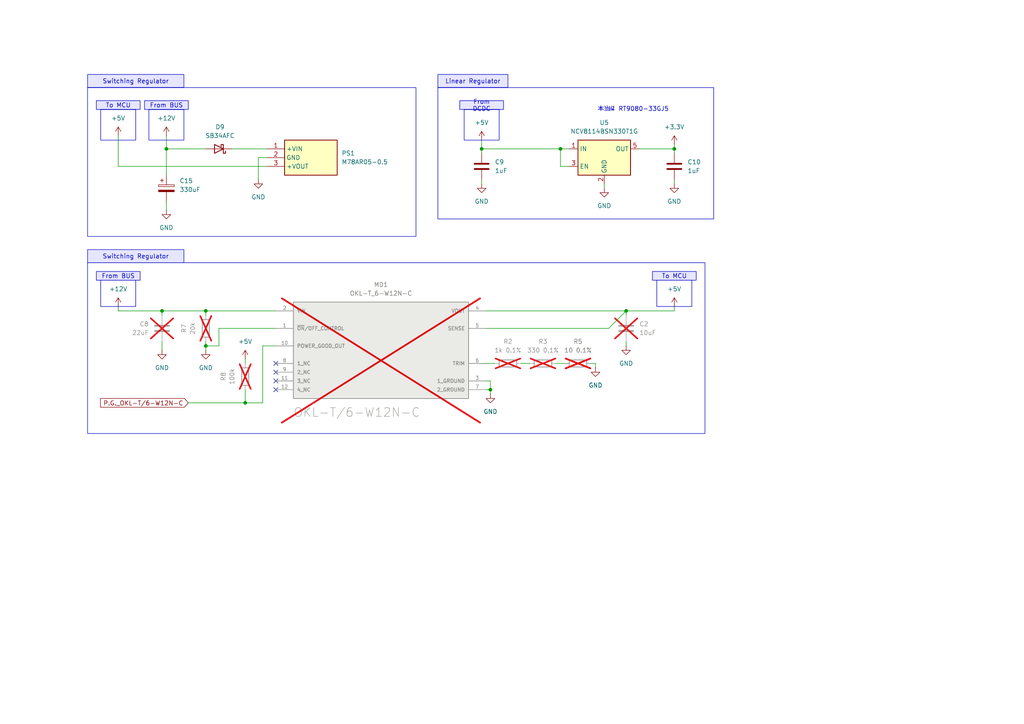
<source format=kicad_sch>
(kicad_sch (version 20250114) (generator "eeschema") (generator_version "9.0")
  (paper "A4")
  (lib_symbols
    (symbol "Device:C" (pin_numbers (hide yes)) (pin_names (offset 0.254))
      (property "Reference" "C" (at 0.635 2.54 0))
      (property "Value" "C" (at 0.635 -2.54 0))
      (symbol "C_0_1"
        (polyline (pts (xy -2.032 0.762) (xy 2.032 0.762)) (stroke (width 0.508)))
        (polyline (pts (xy -2.032 -0.762) (xy 2.032 -0.762)) (stroke (width 0.508)))
      )
      (symbol "C_1_1"
        (pin passive line (at 0 3.81 270) (length 2.794) (name "~") (number "1"))
        (pin passive line (at 0 -3.81 90) (length 2.794) (name "~") (number "2"))
      )
    )
    (symbol "Device:C_Polarized" (pin_numbers (hide yes)) (pin_names (offset 0.254))
      (property "Reference" "C" (at 0.635 2.54 0))
      (property "Value" "C_Polarized" (at 0.635 -2.54 0))
      (symbol "C_Polarized_0_1"
        (rectangle (start -2.286 0.508) (end 2.286 1.016))
        (polyline (pts (xy -1.778 2.286) (xy -0.762 2.286)))
        (polyline (pts (xy -1.27 2.794) (xy -1.27 1.778)))
        (rectangle (start 2.286 -0.508) (end -2.286 -1.016) (fill (type outline)))
      )
      (symbol "C_Polarized_1_1"
        (pin passive line (at 0 3.81 270) (length 2.794) (name "~") (number "1"))
        (pin passive line (at 0 -3.81 90) (length 2.794) (name "~") (number "2"))
      )
    )
    (symbol "Device:D_Schottky" (pin_numbers (hide yes)) (pin_names (offset 1.016) (hide yes))
      (property "Reference" "D" (at 0 2.54 0))
      (property "Value" "D_Schottky" (at 0 -2.54 0))
      (symbol "D_Schottky_0_1"
        (polyline (pts (xy -1.905 0.635) (xy -1.905 1.27) (xy -1.27 1.27) (xy -1.27 -1.27) (xy -0.635 -1.27) (xy -0.635 -0.635)) (stroke (width 0.254)))
        (polyline (pts (xy 1.27 1.27) (xy 1.27 -1.27) (xy -1.27 0) (xy 1.27 1.27)) (stroke (width 0.254)))
        (polyline (pts (xy 1.27 0) (xy -1.27 0)))
      )
      (symbol "D_Schottky_1_1"
        (pin passive line (at -3.81 0 0) (length 2.54) (name "K") (number "1"))
        (pin passive line (at 3.81 0 180) (length 2.54) (name "A") (number "2"))
      )
    )
    (symbol "Device:R" (pin_numbers (hide yes)) (pin_names (offset 0))
      (property "Reference" "R" (at 2.032 0 90))
      (property "Value" "R" (at 0 0 90))
      (symbol "R_0_1"
        (rectangle (start -1.016 -2.54) (end 1.016 2.54) (stroke (width 0.254)))
      )
      (symbol "R_1_1"
        (pin passive line (at 0 3.81 270) (length 1.27) (name "~") (number "1"))
        (pin passive line (at 0 -3.81 90) (length 1.27) (name "~") (number "2"))
      )
    )
    (symbol "GND_1" (power) (pin_numbers (hide yes)) (pin_names (offset 0) (hide yes))
      (property "Value" "GND" (at 0 -3.81 0))
      (symbol "GND_1_0_1"
        (polyline (pts (xy 0 0) (xy 0 -1.27) (xy 1.27 -1.27) (xy 0 -2.54) (xy -1.27 -1.27) (xy 0 -1.27)))
      )
      (symbol "GND_1_1_1"
        (pin power_in line (at 0 0 270) (length 0) (name "~") (number "1"))
      )
    )
    (symbol "Regulator_Linear:NCV8114BSN330T1G"
      (property "Reference" "U" (at 0 8.89 0))
      (property "Value" "NCV8114BSN330T1G" (at 0 6.35 0))
      (symbol "NCV8114BSN330T1G_0_1"
        (rectangle (start -7.62 5.08) (end 7.62 -5.08) (stroke (width 0.254)) (fill (type background)))
      )
      (symbol "NCV8114BSN330T1G_1_1"
        (pin power_in line (at -10.16 2.54 0) (length 2.54) (name "IN") (number "1"))
        (pin input line (at -10.16 -2.54 0) (length 2.54) (name "EN") (number "3"))
        (pin power_in line (at 0 -7.62 90) (length 2.54) (name "GND") (number "2"))
        (pin no_connect line (at 7.62 -2.54 180) (length 2.54) (hide yes) (name "NC") (number "4"))
        (pin power_out line (at 10.16 2.54 180) (length 2.54) (name "OUT") (number "5"))
      )
    )
    (symbol "TSRP_IC:M78AR05-0.5"
      (property "Reference" "PS" (at 21.59 7.62 0))
      (property "Value" "M78AR05-0.5" (at 21.59 5.08 0))
      (symbol "M78AR05-0.5_1_1"
        (rectangle (start 5.08 2.54) (end 20.32 -7.62) (stroke (width 0.254)) (fill (type background)))
        (pin passive line (at 0 0 0) (length 5.08) (name "+VIN") (number "1"))
        (pin passive line (at 0 -2.54 0) (length 5.08) (name "GND") (number "2"))
        (pin passive line (at 0 -5.08 0) (length 5.08) (name "+VOUT") (number "3"))
      )
    )
    (symbol "TSRP_IC:OKL-T_6-W12N-C" (pin_names (offset 1.016))
      (property "Reference" "MD" (at 2.54 -2.54 0))
      (property "Value" "OKL-T_6-W12N-C" (at 0 0 0))
      (symbol "OKL-T_6-W12N-C_0_0"
        (rectangle (start 2.54 -33.02) (end 53.34 -5.08) (stroke (width 0.254)) (fill (type background)))
        (text "OKL-T/6-W12N-C" (at 2.54 -35.56 0) (effects (font (size 2.54 2.54)) (justify left top)))
        (pin bidirectional line (at -2.54 -7.62 0) (length 5.08) (name "VIN") (number "2"))
        (pin bidirectional line (at -2.54 -12.7 0) (length 5.08) (name "~{ON}/OFF_CONTROL") (number "1"))
        (pin open_collector line (at -2.54 -17.78 0) (length 5.08) (name "POWER_GOOD_OUT") (number "10"))
        (pin passive line (at -2.54 -22.86 0) (length 5.08) (name "1_NC") (number "8"))
        (pin passive line (at -2.54 -25.4 0) (length 5.08) (name "2_NC") (number "9"))
        (pin passive line (at -2.54 -27.94 0) (length 5.08) (name "3_NC") (number "11"))
        (pin passive line (at -2.54 -30.48 0) (length 5.08) (name "4_NC") (number "12"))
        (pin bidirectional line (at 58.42 -7.62 180) (length 5.08) (name "VOUT") (number "4"))
        (pin passive line (at 58.42 -12.7 180) (length 5.08) (name "SENSE") (number "5"))
        (pin passive line (at 58.42 -22.86 180) (length 5.08) (name "TRIM") (number "6"))
        (pin power_in line (at 58.42 -27.94 180) (length 5.08) (name "1_GROUND") (number "3"))
        (pin power_in line (at 58.42 -30.48 180) (length 5.08) (name "2_GROUND") (number "7"))
      )
    )
    (symbol "power:+12V" (power) (pin_numbers (hide yes)) (pin_names (offset 0) (hide yes))
      (property "Value" "+12V" (at 0 3.556 0))
      (symbol "+12V_0_1"
        (polyline (pts (xy -0.762 1.27) (xy 0 2.54)))
        (polyline (pts (xy 0 2.54) (xy 0.762 1.27)))
        (polyline (pts (xy 0 0) (xy 0 2.54)))
      )
      (symbol "+12V_1_1"
        (pin power_in line (at 0 0 90) (length 0) (name "~") (number "1"))
      )
    )
    (symbol "power:+3.3V" (power) (pin_numbers (hide yes)) (pin_names (offset 0) (hide yes))
      (property "Value" "+3.3V" (at 0 3.556 0))
      (symbol "+3.3V_0_1"
        (polyline (pts (xy -0.762 1.27) (xy 0 2.54)))
        (polyline (pts (xy 0 2.54) (xy 0.762 1.27)))
        (polyline (pts (xy 0 0) (xy 0 2.54)))
      )
      (symbol "+3.3V_1_1"
        (pin power_in line (at 0 0 90) (length 0) (name "~") (number "1"))
      )
    )
    (symbol "power:+5V" (power) (pin_numbers (hide yes)) (pin_names (offset 0) (hide yes))
      (property "Value" "+5V" (at 0 3.556 0))
      (symbol "+5V_0_1"
        (polyline (pts (xy -0.762 1.27) (xy 0 2.54)))
        (polyline (pts (xy 0 2.54) (xy 0.762 1.27)))
        (polyline (pts (xy 0 0) (xy 0 2.54)))
      )
      (symbol "+5V_1_1"
        (pin power_in line (at 0 0 90) (length 0) (name "~") (number "1"))
      )
    )
    (symbol "power:GND" (power) (pin_numbers (hide yes)) (pin_names (offset 0) (hide yes))
      (property "Value" "GND" (at 0 -3.81 0))
      (symbol "GND_0_1"
        (polyline (pts (xy 0 0) (xy 0 -1.27) (xy 1.27 -1.27) (xy 0 -2.54) (xy -1.27 -1.27) (xy 0 -1.27)))
      )
      (symbol "GND_1_1"
        (pin power_in line (at 0 0 270) (length 0) (name "~") (number "1"))
      )
    )
  )
  (rectangle (start 127 25.4) (end 207.01 63.5))
  (rectangle (start 25.4 25.4) (end 120.65 68.58))
  (rectangle (start 134.62 31.75) (end 144.78 40.64))
  (rectangle (start 190.5 81.28) (end 200.66 88.9))
  (rectangle (start 43.18 31.75) (end 53.34 40.64))
  (rectangle (start 25.4 76.2) (end 204.47 125.73))
  (rectangle (start 29.21 81.28) (end 39.37 88.9))
  (rectangle (start 29.21 31.75) (end 39.37 40.64))
  (text "本当は RT9080-33GJ5" (at 183.642 31.75 0) (effects (font (size 1.27 1.27))))
  (text_box "From BUS" (at 27.94 78.74 0) (size 12.7 2.54) (margins 0.9525 0.9525 0.9525 0.9525) (fill (type color) (color 0 0 255 0.1)) (effects (font (size 1.27 1.27))))
  (text_box "Linear Regulator" (at 127 21.59 0) (size 20.32 3.81) (margins 0.9525 0.9525 0.9525 0.9525) (fill (type color) (color 0 0 255 0.1)) (effects (font (size 1.27 1.27))))
  (text_box "To MCU" (at 189.23 78.74 0) (size 12.7 2.54) (margins 0.9525 0.9525 0.9525 0.9525) (fill (type color) (color 0 0 255 0.1)) (effects (font (size 1.27 1.27))))
  (text_box "To MCU" (at 27.94 29.21 0) (size 12.7 2.54) (margins 0.9525 0.9525 0.9525 0.9525) (fill (type color) (color 0 0 255 0.1)) (effects (font (size 1.27 1.27))))
  (text_box "Switching Regulator" (at 25.4 72.39 0) (size 27.94 3.81) (margins 0.9525 0.9525 0.9525 0.9525) (fill (type color) (color 0 0 255 0.1)) (effects (font (size 1.27 1.27))))
  (text_box "Switching Regulator" (at 25.4 21.59 0) (size 27.94 3.81) (margins 0.9525 0.9525 0.9525 0.9525) (fill (type color) (color 0 0 255 0.1)) (effects (font (size 1.27 1.27))))
  (text_box "From BUS" (at 41.91 29.21 0) (size 12.7 2.54) (margins 0.9525 0.9525 0.9525 0.9525) (fill (type color) (color 0 0 255 0.1)) (effects (font (size 1.27 1.27))))
  (text_box "From DCDC" (at 133.35 29.21 0) (size 12.7 2.54) (margins 0.9525 0.9525 0.9525 0.9525) (fill (type color) (color 0 0 255 0.1)) (effects (font (size 1.27 1.27))))
  (junction (at 46.99 90.17))
  (junction (at 139.7 43.18))
  (junction (at 195.58 43.18))
  (junction (at 181.61 90.17))
  (junction (at 48.26 43.18))
  (junction (at 59.69 100.33))
  (junction (at 71.12 116.84))
  (junction (at 59.69 90.17))
  (junction (at 142.24 113.03))
  (junction (at 162.56 43.18))
  (no_connect (at 80.01 110.49))
  (no_connect (at 80.01 107.95))
  (no_connect (at 80.01 105.41))
  (no_connect (at 80.01 113.03))
  (wire (pts (xy 181.61 90.17) (xy 195.58 90.17)))
  (wire (pts (xy 48.26 39.37) (xy 48.26 43.18)))
  (wire (pts (xy 71.12 104.14) (xy 71.12 105.41)))
  (wire (pts (xy 185.42 43.18) (xy 195.58 43.18)))
  (wire (pts (xy 34.29 48.26) (xy 34.29 39.37)))
  (wire (pts (xy 74.93 45.72) (xy 74.93 52.07)))
  (wire (pts (xy 59.69 100.33) (xy 59.69 101.6)))
  (wire (pts (xy 181.61 90.17) (xy 181.61 91.44)))
  (wire (pts (xy 80.01 100.33) (xy 76.2 100.33)))
  (wire (pts (xy 46.99 91.44) (xy 46.99 90.17)))
  (wire (pts (xy 140.97 113.03) (xy 142.24 113.03)))
  (wire (pts (xy 140.97 105.41) (xy 143.51 105.41)))
  (wire (pts (xy 34.29 90.17) (xy 46.99 90.17)))
  (wire (pts (xy 165.1 43.18) (xy 162.56 43.18)))
  (wire (pts (xy 181.61 99.06) (xy 181.61 100.33)))
  (wire (pts (xy 172.72 105.41) (xy 172.72 106.68)))
  (wire (pts (xy 59.69 100.33) (xy 59.69 99.06)))
  (wire (pts (xy 139.7 43.18) (xy 139.7 44.45)))
  (wire (pts (xy 161.29 105.41) (xy 163.83 105.41)))
  (wire (pts (xy 195.58 52.07) (xy 195.58 53.34)))
  (wire (pts (xy 162.56 48.26) (xy 165.1 48.26)))
  (wire (pts (xy 162.56 43.18) (xy 162.56 48.26)))
  (wire (pts (xy 162.56 43.18) (xy 139.7 43.18)))
  (wire (pts (xy 63.5 100.33) (xy 59.69 100.33)))
  (wire (pts (xy 140.97 90.17) (xy 181.61 90.17)))
  (wire (pts (xy 34.29 90.17) (xy 34.29 88.9)))
  (wire (pts (xy 139.7 52.07) (xy 139.7 53.34)))
  (wire (pts (xy 176.53 95.25) (xy 181.61 90.17)))
  (wire (pts (xy 77.47 45.72) (xy 74.93 45.72)))
  (wire (pts (xy 140.97 110.49) (xy 142.24 110.49)))
  (wire (pts (xy 142.24 110.49) (xy 142.24 113.03)))
  (wire (pts (xy 195.58 90.17) (xy 195.58 88.9)))
  (wire (pts (xy 171.45 105.41) (xy 172.72 105.41)))
  (wire (pts (xy 76.2 116.84) (xy 71.12 116.84)))
  (wire (pts (xy 151.13 105.41) (xy 153.67 105.41)))
  (wire (pts (xy 195.58 43.18) (xy 195.58 44.45)))
  (wire (pts (xy 71.12 113.03) (xy 71.12 116.84)))
  (wire (pts (xy 142.24 113.03) (xy 142.24 114.3)))
  (wire (pts (xy 48.26 43.18) (xy 59.69 43.18)))
  (wire (pts (xy 46.99 99.06) (xy 46.99 101.6)))
  (wire (pts (xy 59.69 91.44) (xy 59.69 90.17)))
  (wire (pts (xy 59.69 90.17) (xy 80.01 90.17)))
  (wire (pts (xy 195.58 43.18) (xy 195.58 41.91)))
  (wire (pts (xy 139.7 43.18) (xy 139.7 40.64)))
  (wire (pts (xy 48.26 60.96) (xy 48.26 58.42)))
  (wire (pts (xy 48.26 43.18) (xy 48.26 50.8)))
  (wire (pts (xy 54.61 116.84) (xy 71.12 116.84)))
  (wire (pts (xy 140.97 95.25) (xy 176.53 95.25)))
  (wire (pts (xy 46.99 90.17) (xy 59.69 90.17)))
  (wire (pts (xy 80.01 95.25) (xy 63.5 95.25)))
  (wire (pts (xy 63.5 95.25) (xy 63.5 100.33)))
  (wire (pts (xy 76.2 100.33) (xy 76.2 116.84)))
  (wire (pts (xy 175.26 53.34) (xy 175.26 54.61)))
  (wire (pts (xy 67.31 43.18) (xy 77.47 43.18)))
  (wire (pts (xy 77.47 48.26) (xy 34.29 48.26)))
  (global_label "P.G._OKL-T{slash}6-W12N-C" (shape input) (at 54.61 116.84 180) (property "Intersheetrefs" "${INTERSHEET_REFS}" (effects (hide yes))))
  (symbol (lib_id "power:GND") (at 195.58 53.34 0) (unit 1)
    (property "Reference" "#PWR038" (effects (hide yes)))
    (property "Value" "GND" (at 195.58 58.42 0))
    (property "Description" "Power symbol creates a global label with name \"GND\" , ground" (effects (hide yes)))
  )
  (symbol (lib_id "power:+5V") (at 34.29 39.37 0) (unit 1)
    (property "Reference" "#PWR065" (effects (hide yes)))
    (property "Value" "+5V" (at 34.29 34.29 0))
    (property "Description" "Power symbol creates a global label with name \"+5V\"" (effects (hide yes)))
  )
  (symbol (lib_id "Device:C") (at 46.99 95.25 0) (mirror y) (unit 1) (exclude_from_sim yes) (in_bom no) (on_board no) (dnp yes)
    (property "Reference" "C8" (at 43.18 93.9799 0) (effects (justify left)))
    (property "Value" "22uF" (at 43.18 96.5199 0) (effects (justify left)))
    (property "Footprint" "Capacitor_SMD:C_0805_2012Metric_Pad1.18x1.45mm_HandSolder" (effects (hide yes)))
    (property "Datasheet" "https://akizukidenshi.com/catalog/g/g108240/" (effects (hide yes)))
    (property "Description" "Unpolarized capacitor" (effects (hide yes)))
  )
  (symbol (lib_id "TSRP_IC:OKL-T_6-W12N-C") (at 82.55 82.55 0) (unit 1) (exclude_from_sim yes) (in_bom no) (on_board no) (dnp yes)
    (property "Reference" "MD1" (at 110.49 82.55 0))
    (property "Value" "OKL-T_6-W12N-C" (at 110.49 85.09 0))
    (property "Footprint" "TSRP_IC:MURATA_OKL-T-6-W12N-C_0" (effects (hide yes)))
    (property "Datasheet" "https://www.murata.com/en-us/products/productdetail.aspx?partno=OKL-T/6-W12N-C" (effects (hide yes)))
    (property "MOUSER_DESCRIPTION" "Non-Isolated DC/DC Converters 12Vin .59-5.5Vout 6A 30W Neg Polarity" (effects (hide yes)))
    (property "NUMBER_OF_OUTPUTS" "1" (effects (hide yes)))
    (property "Check_prices" "https://www.snapeda.com/parts/OKL-T/6-W12N-C/Murata+Power+Solutions+Inc./view-part/?ref=eda" (effects (hide yes)))
    (property "MOUSER_PART_NUMBER" "580-OKL-T/6-W12N-C" (effects (hide yes)))
    (property "MFG_PACKAGE_IDENT_COMPONENT_ID" "4873da16363307f0" (effects (hide yes)))
    (property "AUTOMOTIVE" "No" (effects (hide yes)))
    (property "SWITCHING_TOPOLOGY" "Buck" (effects (hide yes)))
    (property "MFG_PACKAGE_IDENT_DATE" "0" (effects (hide yes)))
    (property "PREFIX" "MD" (effects (hide yes)))
    (property "MAX_SUPPLY_VOLTAGE" "14V" (effects (hide yes)))
    (property "TEMPERATURE_RANGE_LOW" "-40°C" (effects (hide yes)))
    (property "OUTPUT_CURRENT" "6A" (effects (hide yes)))
    (property "OUTPUT_VOLTAGE" "0.591-5.5V" (effects (hide yes)))
    (property "DIGIKEY_DESCRIPTION" "DC DC CONVERTER 0.591-5.5V 30W" (effects (hide yes)))
    (property "CENTROID_NOT_SPECIFIED" "No" (effects (hide yes)))
    (property "Description_1" "Non-Isolated PoL Module DC DC Converter 1 Output 0.591 ~ 5.5V - - 6A 4.5V - 14V Input" (effects (hide yes)))
    (property "Price" "None" (effects (hide yes)))
    (property "Package" "Murata Power Solutions Inc." (effects (hide yes)))
    (property "DEVICE_CLASS_L1" "Integrated Circuits (ICs)" (effects (hide yes)))
    (property "DEVICE_CLASS_L3" "Voltage Regulators - Switching" (effects (hide yes)))
    (property "DEVICE_CLASS_L2" "Power Management ICs" (effects (hide yes)))
    (property "OUTPUT_TYPE" "AdjustableProgrammable" (effects (hide yes)))
    (property "FOOTPRINT_VARIANT_NAME_0" "Recommended_Land_Pattern" (effects (hide yes)))
    (property "MP" "OKL-T/6-W12N-C" (effects (hide yes)))
    (property "DIGIKEY_PART_NUMBER" "811-2214-1-ND" (effects (hide yes)))
    (property "PACKAGE" "iLGA12" (effects (hide yes)))
    (property "LEAD_FREE" "Yes" (effects (hide yes)))
    (property "HEIGHT" "7.2mm" (effects (hide yes)))
    (property "SnapEDA_Link" "https://www.snapeda.com/parts/OKL-T/6-W12N-C/Murata+Power+Solutions+Inc./view-part/?ref=snap" (effects (hide yes)))
    (property "VERIFICATION_VERSION" "0.0.0.3" (effects (hide yes)))
    (property "MFG_PACKAGE_IDENT" "OKL-T/6-W12" (effects (hide yes)))
    (property "MF" "Murata Power Solutions Inc." (effects (hide yes)))
    (property "SWITCHING_FREQUENCY" "600kHz" (effects (hide yes)))
    (property "MPN" "OKL-T/6-W12N-C" (effects (hide yes)))
    (property "TEMPERATURE_RANGE_HIGH" "+85°C" (effects (hide yes)))
    (property "NOMINAL_SUPPLY_CURRENT" "20mA" (effects (hide yes)))
    (property "MIN_SUPPLY_VOLTAGE" "4.5V" (effects (hide yes)))
    (property "MFG_PACKAGE_IDENT_REV" "0" (effects (hide yes)))
    (property "Availability" "In Stock" (effects (hide yes)))
    (property "ROHS" "Yes" (effects (hide yes)))
  )
  (symbol (lib_id "power:GND") (at 175.26 54.61 0) (unit 1)
    (property "Reference" "#PWR034" (effects (hide yes)))
    (property "Value" "GND" (at 175.26 59.69 0))
    (property "Description" "Power symbol creates a global label with name \"GND\" , ground" (effects (hide yes)))
  )
  (symbol (lib_id "power:GND") (at 139.7 53.34 0) (unit 1)
    (property "Reference" "#PWR037" (effects (hide yes)))
    (property "Value" "GND" (at 139.7 58.42 0))
    (property "Description" "Power symbol creates a global label with name \"GND\" , ground" (effects (hide yes)))
  )
  (symbol (lib_id "Device:C") (at 181.61 95.25 0) (unit 1) (exclude_from_sim yes) (in_bom no) (on_board no) (dnp yes)
    (property "Reference" "C2" (at 185.42 93.9799 0) (effects (justify left)))
    (property "Value" "10uF" (at 185.42 96.5199 0) (effects (justify left)))
    (property "Footprint" "Capacitor_SMD:C_0805_2012Metric_Pad1.18x1.45mm_HandSolder" (effects (hide yes)))
    (property "Datasheet" "https://akizukidenshi.com/catalog/g/g113388/" (effects (hide yes)))
    (property "Description" "Unpolarized capacitor" (effects (hide yes)))
  )
  (symbol (lib_id "power:+3.3V") (at 195.58 41.91 0) (unit 1)
    (property "Reference" "#PWR036" (effects (hide yes)))
    (property "Value" "+3.3V" (at 195.58 36.83 0))
    (property "Description" "Power symbol creates a global label with name \"+3.3V\"" (effects (hide yes)))
  )
  (symbol (lib_id "power:+5V") (at 139.7 40.64 0) (unit 1)
    (property "Reference" "#PWR035" (effects (hide yes)))
    (property "Value" "+5V" (at 139.7 35.56 0))
    (property "Description" "Power symbol creates a global label with name \"+5V\"" (effects (hide yes)))
  )
  (symbol (lib_id "Device:C") (at 195.58 48.26 0) (unit 1)
    (property "Reference" "C10" (at 199.39 46.9899 0) (effects (justify left)))
    (property "Value" "1uF" (at 199.39 49.5299 0) (effects (justify left)))
    (property "Footprint" "Capacitor_SMD:C_0603_1608Metric_Pad1.08x0.95mm_HandSolder" (effects (hide yes)))
    (property "Datasheet" "https://akizukidenshi.com/goodsaffix/DS9080-08.pdf" (effects (hide yes)))
    (property "Description" "Unpolarized capacitor" (effects (hide yes)))
  )
  (symbol (lib_id "power:GND") (at 59.69 101.6 0) (unit 1)
    (property "Reference" "#PWR029" (effects (hide yes)))
    (property "Value" "GND" (at 59.69 106.68 0))
    (property "Description" "Power symbol creates a global label with name \"GND\" , ground" (effects (hide yes)))
  )
  (symbol (lib_id "Device:C") (at 139.7 48.26 0) (unit 1)
    (property "Reference" "C9" (at 143.51 46.9899 0) (effects (justify left)))
    (property "Value" "1uF" (at 143.51 49.5299 0) (effects (justify left)))
    (property "Footprint" "Capacitor_SMD:C_0603_1608Metric_Pad1.08x0.95mm_HandSolder" (effects (hide yes)))
    (property "Datasheet" "https://akizukidenshi.com/goodsaffix/DS9080-08.pdf" (effects (hide yes)))
    (property "Description" "Unpolarized capacitor" (effects (hide yes)))
  )
  (symbol (lib_id "power:GND") (at 46.99 101.6 0) (unit 1)
    (property "Reference" "#PWR033" (effects (hide yes)))
    (property "Value" "GND" (at 46.99 106.68 0))
    (property "Description" "Power symbol creates a global label with name \"GND\" , ground" (effects (hide yes)))
  )
  (symbol (lib_id "Device:R") (at 71.12 109.22 0) (mirror y) (unit 1) (exclude_from_sim yes) (in_bom no) (on_board no) (dnp yes)
    (property "Reference" "R8" (at 64.77 109.22 90))
    (property "Value" "100k" (at 67.31 109.22 90))
    (property "Footprint" "Resistor_SMD:R_0603_1608Metric_Pad0.98x0.95mm_HandSolder" (effects (hide yes)))
    (property "Datasheet" "https://www.sengoku.co.jp/mod/sgk_cart/detail.php?code=EEHD-57HD" (effects (hide yes)))
    (property "Description" "Resistor" (effects (hide yes)))
  )
  (symbol (lib_id "power:GND") (at 142.24 114.3 0) (unit 1)
    (property "Reference" "#PWR026" (effects (hide yes)))
    (property "Value" "GND" (at 142.24 119.38 0))
    (property "Description" "Power symbol creates a global label with name \"GND\" , ground" (effects (hide yes)))
  )
  (symbol (lib_name "GND_1") (lib_id "power:GND") (at 48.26 60.96 0) (unit 1)
    (property "Reference" "#PWR050" (effects (hide yes)))
    (property "Value" "GND" (at 48.26 66.04 0))
    (property "Description" "Power symbol creates a global label with name \"GND\" , ground" (effects (hide yes)))
  )
  (symbol (lib_id "power:+5V") (at 71.12 104.14 0) (unit 1)
    (property "Reference" "#PWR031" (effects (hide yes)))
    (property "Value" "+5V" (at 71.12 99.06 0))
    (property "Description" "Power symbol creates a global label with name \"+5V\"" (effects (hide yes)))
  )
  (symbol (lib_id "Regulator_Linear:NCV8114BSN330T1G") (at 175.26 45.72 0) (unit 1)
    (property "Reference" "U5" (at 175.26 35.56 0))
    (property "Value" "NCV8114BSN330T1G" (at 175.26 38.1 0))
    (property "Footprint" "Package_TO_SOT_SMD:TSOT-23-5" (effects (hide yes)))
    (property "Datasheet" "https://akizukidenshi.com/goodsaffix/DS9080-08.pdf" (effects (hide yes)))
    (property "Description" "300mA, Low Noise, Linear Regulator without output active discharge function, 1.7-5.5V input voltage range, 3.3V fixed positive output, TSOT-23-5" (effects (hide yes)))
  )
  (symbol (lib_id "Device:R") (at 147.32 105.41 90) (unit 1) (exclude_from_sim yes) (in_bom no) (on_board no) (dnp yes)
    (property "Reference" "R2" (at 147.32 99.06 90))
    (property "Value" "1k 0.1%" (at 147.32 101.6 90))
    (property "Footprint" "Resistor_SMD:R_0603_1608Metric_Pad0.98x0.95mm_HandSolder" (effects (hide yes)))
    (property "Description" "Resistor" (effects (hide yes)))
  )
  (symbol (lib_id "power:+5V") (at 195.58 88.9 0) (unit 1)
    (property "Reference" "#PWR030" (effects (hide yes)))
    (property "Value" "+5V" (at 195.58 83.82 0))
    (property "Description" "Power symbol creates a global label with name \"+5V\"" (effects (hide yes)))
  )
  (symbol (lib_id "Device:R") (at 59.69 95.25 0) (mirror y) (unit 1) (exclude_from_sim yes) (in_bom no) (on_board no) (dnp yes)
    (property "Reference" "R7" (at 53.34 95.25 90))
    (property "Value" "20k" (at 55.88 95.25 90))
    (property "Footprint" "Resistor_SMD:R_0603_1608Metric_Pad0.98x0.95mm_HandSolder" (effects (hide yes)))
    (property "Datasheet" "https://www.digikey.jp/ja/products/detail/panasonic-electronic-components/ERA-3ARB203V/3073650" (effects (hide yes)))
    (property "Description" "Resistor" (effects (hide yes)))
  )
  (symbol (lib_id "power:+12V") (at 34.29 88.9 0) (unit 1)
    (property "Reference" "#PWR032" (effects (hide yes)))
    (property "Value" "+12V" (at 34.29 83.82 0))
    (property "Description" "Power symbol creates a global label with name \"+12V\"" (effects (hide yes)))
  )
  (symbol (lib_id "power:GND") (at 172.72 106.68 0) (unit 1)
    (property "Reference" "#PWR023" (effects (hide yes)))
    (property "Value" "GND" (at 172.72 111.76 0))
    (property "Description" "Power symbol creates a global label with name \"GND\" , ground" (effects (hide yes)))
  )
  (symbol (lib_id "Device:R") (at 167.64 105.41 90) (unit 1) (exclude_from_sim yes) (in_bom no) (on_board no) (dnp yes)
    (property "Reference" "R5" (at 167.64 99.06 90))
    (property "Value" "10 0.1%" (at 167.64 101.6 90))
    (property "Footprint" "Resistor_SMD:R_0603_1608Metric_Pad0.98x0.95mm_HandSolder" (effects (hide yes)))
    (property "Description" "Resistor" (effects (hide yes)))
  )
  (symbol (lib_id "Device:C_Polarized") (at 48.26 54.61 0) (unit 1)
    (property "Reference" "C15" (at 52.07 52.4509 0) (effects (justify left)))
    (property "Value" "330uF" (at 52.07 54.9909 0) (effects (justify left)))
    (property "Footprint" "Capacitor_SMD:CP_Elec_10x10" (effects (hide yes)))
    (property "Description" "Polarized capacitor" (effects (hide yes)))
  )
  (symbol (lib_id "power:+12V") (at 48.26 39.37 0) (unit 1)
    (property "Reference" "#PWR067" (effects (hide yes)))
    (property "Value" "+12V" (at 48.26 34.29 0))
    (property "Description" "Power symbol creates a global label with name \"+12V\"" (effects (hide yes)))
  )
  (symbol (lib_id "Device:D_Schottky") (at 63.5 43.18 180) (unit 1)
    (property "Reference" "D9" (at 63.8175 36.83 0))
    (property "Value" "SB34AFC" (at 63.8175 39.37 0))
    (property "Footprint" "Diode_SMD:D_SMA_Handsoldering" (effects (hide yes)))
    (property "Datasheet" "https://akizukidenshi.com/catalog/g/g117502/" (effects (hide yes)))
    (property "Description" "Schottky diode" (effects (hide yes)))
  )
  (symbol (lib_id "power:GND") (at 181.61 100.33 0) (unit 1)
    (property "Reference" "#PWR024" (effects (hide yes)))
    (property "Value" "GND" (at 181.61 105.41 0))
    (property "Description" "Power symbol creates a global label with name \"GND\" , ground" (effects (hide yes)))
  )
  (symbol (lib_id "TSRP_IC:M78AR05-0.5") (at 77.47 43.18 0) (unit 1)
    (property "Reference" "PS1" (at 99.06 44.4499 0) (effects (justify left)))
    (property "Value" "M78AR05-0.5" (at 99.06 46.9899 0) (effects (justify left)))
    (property "Footprint" "TSRP_IC:M78AR03305" (effects (hide yes)))
    (property "Datasheet" "https://www.minmaxpower.com/storage/media/Product-MINMAX/M78AR-0.5/M78AR-0.5_Datasheet.pdf" (effects (hide yes)))
    (property "Description" "The M78AR-0.5 series is a new range of switching regulators designed as a drop-in replacement for old LM78xx linear regulators with low efficiency.The very high efficiency of these step-down converters allow an operating temperature up to 80 at full-load without need of any heatsink. The regulators come in a package which fits in the standard TO-220 footprint of linear regulators." (effects (hide yes)))
    (property "Height" "10.7" (effects (hide yes)))
    (property "Manufacturer_Name" "Minmax" (effects (hide yes)))
    (property "Manufacturer_Part_Number" "M78AR05-0.5" (effects (hide yes)))
  )
  (symbol (lib_id "Device:R") (at 157.48 105.41 90) (unit 1) (exclude_from_sim yes) (in_bom no) (on_board no) (dnp yes)
    (property "Reference" "R3" (at 157.48 99.06 90))
    (property "Value" "330 0.1%" (at 157.48 101.6 90))
    (property "Footprint" "Resistor_SMD:R_0603_1608Metric_Pad0.98x0.95mm_HandSolder" (effects (hide yes)))
    (property "Description" "Resistor" (effects (hide yes)))
  )
  (symbol (lib_id "power:GND") (at 74.93 52.07 0) (unit 1)
    (property "Reference" "#PWR068" (effects (hide yes)))
    (property "Value" "GND" (at 74.93 57.15 0))
    (property "Description" "Power symbol creates a global label with name \"GND\" , ground" (effects (hide yes)))
  )
)
</source>
